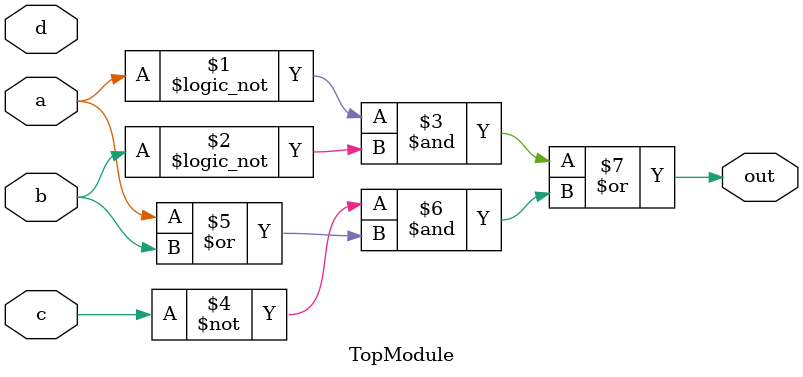
<source format=sv>

module TopModule (
  input a,
  input b,
  input c,
  input d,
  output reg out
);
assign out = (!a & !b) | (~c & (a | b));

endmodule

</source>
